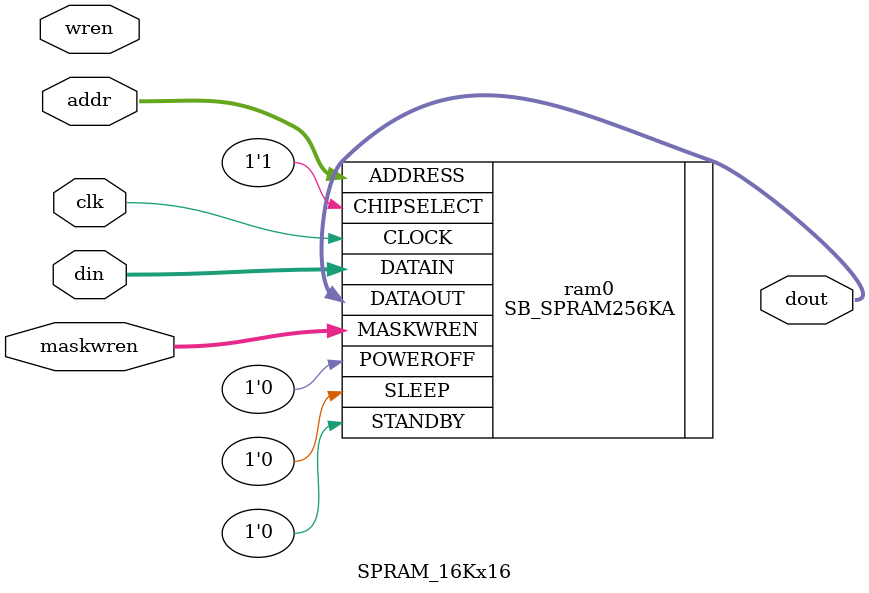
<source format=v>
module SPRAM_16Kx16
  (
   input wire [13:0] addr,
   input wire [15:0] din,
   input wire [3:0] maskwren,
   input wire wren,
   input wire clk,
   output wire [15:0] dout
   );

   SB_SPRAM256KA ram0
     (
      .ADDRESS(addr),
      .DATAIN(din),
      .MASKWREN(maskwren),
      .CHIPSELECT(1'b1),
      .CLOCK(clk),
      .STANDBY(1'b0),
      .SLEEP(1'b0),
      .POWEROFF(1'b0),
      .DATAOUT(dout)
      );

endmodule

</source>
